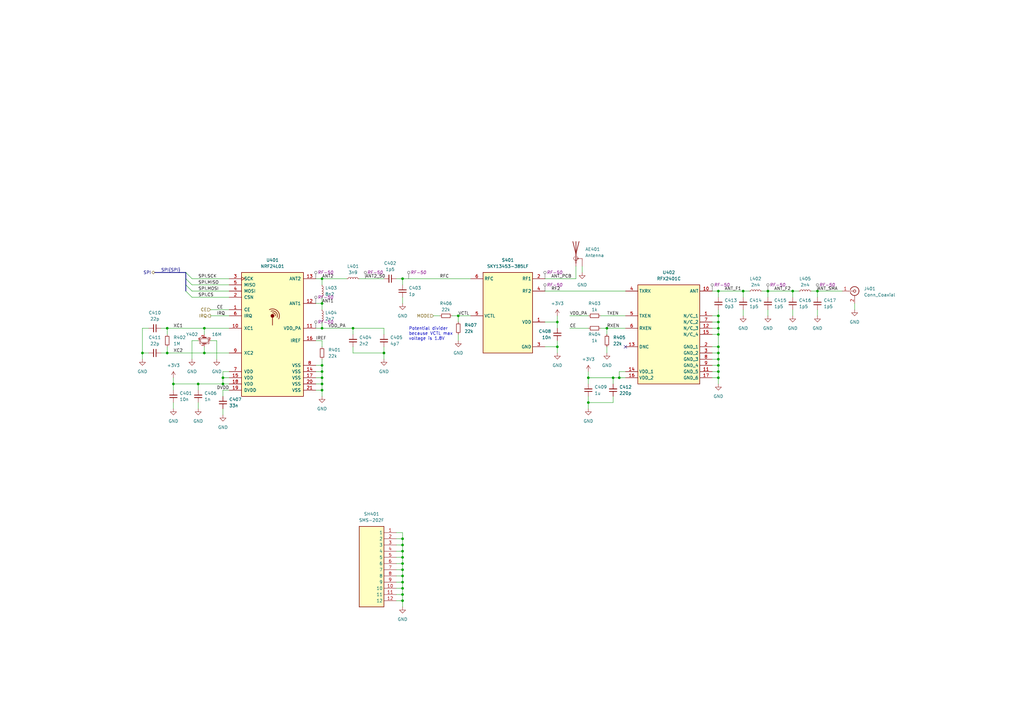
<source format=kicad_sch>
(kicad_sch (version 20230121) (generator eeschema)
  (paper "A3")
  (lib_symbols
    (symbol "Connector:Conn_Coaxial" (pin_names (offset 1.016) hide)
      (property "Reference" "J" (at 0.254 3.048 0))
      (property "Value" "Conn_Coaxial" (at 2.921 0 90))
      (symbol "Conn_Coaxial_0_1"
        (arc (start -1.778 -0.508) (mid 0.2311 -1.8066) (end 1.778 0) (stroke (width 0.254)))
        (polyline (pts (xy -2.54 0) (xy -0.508 0)))
        (polyline (pts (xy 0 -2.54) (xy 0 -1.778)))
        (circle (center 0 0) (radius 0.508) (stroke (width 0.2032)))
        (arc (start 1.778 0) (mid 0.2099 1.8101) (end -1.778 0.508) (stroke (width 0.254)))
      )
      (symbol "Conn_Coaxial_1_1"
        (pin passive line (at -5.08 0 0) (length 2.54) (name "In") (number "1"))
        (pin passive line (at 0 -5.08 90) (length 2.54) (name "Ext") (number "2"))
      )
    )
    (symbol "Device:Antenna_Shield" (pin_numbers hide) (pin_names (offset 1.016) hide)
      (property "Reference" "AE" (at -1.905 4.445 0))
      (property "Value" "Antenna_Shield" (at -1.905 2.54 0))
      (symbol "Antenna_Shield_0_1"
        (arc (start -0.508 -1.143) (mid -0.8429 -2.1194) (end 0 -2.667))
        (arc (start 0 -2.667) (mid 0.7989 -2.1052) (end 0.508 -1.143))
        (polyline (pts (xy 0 -2.54) (xy 0 0)))
        (polyline (pts (xy 0 5.08) (xy 0 -3.81)) (stroke (width 0.254)))
        (polyline (pts (xy 0.762 -1.905) (xy 2.54 -1.905)))
        (polyline (pts (xy 2.54 -2.54) (xy 2.54 -1.905)))
        (polyline (pts (xy 1.27 5.08) (xy 0 0) (xy -1.27 5.08)) (stroke (width 0.254)))
        (circle (center 0.762 -1.905) (radius 0.1778) (fill (type outline)))
      )
      (symbol "Antenna_Shield_1_1"
        (pin input line (at 0 -5.08 90) (length 2.54) (name "A") (number "1"))
        (pin input line (at 2.54 -5.08 90) (length 2.54) (name "Shield") (number "2"))
      )
    )
    (symbol "Device:C_Small" (pin_numbers hide) (pin_names (offset 0.254) hide)
      (property "Reference" "C" (at 0.254 1.778 0))
      (property "Value" "C_Small" (at 0.254 -2.032 0))
      (symbol "C_Small_0_1"
        (polyline (pts (xy -1.524 -0.508) (xy 1.524 -0.508)) (stroke (width 0.3302)))
        (polyline (pts (xy -1.524 0.508) (xy 1.524 0.508)) (stroke (width 0.3048)))
      )
      (symbol "C_Small_1_1"
        (pin passive line (at 0 2.54 270) (length 2.032) (name "~") (number "1"))
        (pin passive line (at 0 -2.54 90) (length 2.032) (name "~") (number "2"))
      )
    )
    (symbol "Device:Crystal_GND24_Small" (pin_names (offset 1.016) hide)
      (property "Reference" "Y" (at 1.27 4.445 0))
      (property "Value" "Crystal_GND24_Small" (at 1.27 2.54 0))
      (symbol "Crystal_GND24_Small_0_1"
        (rectangle (start -0.762 -1.524) (end 0.762 1.524))
        (polyline (pts (xy -1.27 -0.762) (xy -1.27 0.762)) (stroke (width 0.381)))
        (polyline (pts (xy 1.27 -0.762) (xy 1.27 0.762)) (stroke (width 0.381)))
        (polyline (pts (xy -1.27 -1.27) (xy -1.27 -1.905) (xy 1.27 -1.905) (xy 1.27 -1.27)))
        (polyline (pts (xy -1.27 1.27) (xy -1.27 1.905) (xy 1.27 1.905) (xy 1.27 1.27)))
      )
      (symbol "Crystal_GND24_Small_1_1"
        (pin passive line (at -2.54 0 0) (length 1.27) (name "1") (number "1"))
        (pin passive line (at 0 -2.54 90) (length 0.635) (name "2") (number "2"))
        (pin passive line (at 2.54 0 180) (length 1.27) (name "3") (number "3"))
        (pin passive line (at 0 2.54 270) (length 0.635) (name "4") (number "4"))
      )
    )
    (symbol "Device:L_Small" (pin_numbers hide) (pin_names (offset 0.254) hide)
      (property "Reference" "L" (at 0.762 1.016 0))
      (property "Value" "L_Small" (at 0.762 -1.016 0))
      (symbol "L_Small_0_1"
        (arc (start 0 -2.032) (mid 0.5058 -1.524) (end 0 -1.016))
        (arc (start 0 -1.016) (mid 0.5058 -0.508) (end 0 0))
        (arc (start 0 0) (mid 0.5058 0.508) (end 0 1.016))
        (arc (start 0 1.016) (mid 0.5058 1.524) (end 0 2.032))
      )
      (symbol "L_Small_1_1"
        (pin passive line (at 0 2.54 270) (length 0.508) (name "~") (number "1"))
        (pin passive line (at 0 -2.54 90) (length 0.508) (name "~") (number "2"))
      )
    )
    (symbol "Device:R_Small" (pin_numbers hide) (pin_names (offset 0.254) hide)
      (property "Reference" "R" (at 0.762 0.508 0))
      (property "Value" "R_Small" (at 0.762 -1.016 0))
      (symbol "R_Small_0_1"
        (rectangle (start -0.762 1.778) (end 0.762 -1.778) (stroke (width 0.2032)))
      )
      (symbol "R_Small_1_1"
        (pin passive line (at 0 2.54 270) (length 0.762) (name "~") (number "1"))
        (pin passive line (at 0 -2.54 90) (length 0.762) (name "~") (number "2"))
      )
    )
    (symbol "RFX2401C:RFX2401C"
      (property "Reference" "U" (at 0 22.86 0))
      (property "Value" "RFX2401C" (at 0 20.32 0))
      (symbol "RFX2401C_1_1"
        (rectangle (start -12.7 17.78) (end 12.7 -22.86) (stroke (width 0.254)) (fill (type background)))
        (pin passive line (at 17.78 5.08 180) (length 5.08) (name "N/C_1") (number "1"))
        (pin passive line (at 17.78 15.24 180) (length 5.08) (name "ANT") (number "10"))
        (pin passive line (at 17.78 -17.78 180) (length 5.08) (name "GND_5") (number "11"))
        (pin passive line (at 17.78 0 180) (length 5.08) (name "N/C_3") (number "12"))
        (pin passive line (at -17.78 -7.62 0) (length 5.08) (name "DNC") (number "13"))
        (pin passive line (at -17.78 -17.78 0) (length 5.08) (name "VDD_1") (number "14"))
        (pin passive line (at 17.78 -2.54 180) (length 5.08) (name "N/C_4") (number "15"))
        (pin passive line (at -17.78 -20.32 0) (length 5.08) (name "VDD_2") (number "16"))
        (pin passive line (at 17.78 -20.32 180) (length 5.08) (name "GND_6") (number "17"))
        (pin passive line (at 17.78 -7.62 180) (length 5.08) (name "GND_1") (number "2"))
        (pin passive line (at 17.78 -10.16 180) (length 5.08) (name "GND_2") (number "3"))
        (pin passive line (at -17.78 15.24 0) (length 5.08) (name "TXRX") (number "4"))
        (pin passive line (at -17.78 5.08 0) (length 5.08) (name "TXEN") (number "5"))
        (pin passive line (at -17.78 0 0) (length 5.08) (name "RXEN") (number "6"))
        (pin passive line (at 17.78 2.54 180) (length 5.08) (name "N/C_2") (number "7"))
        (pin passive line (at 17.78 -12.7 180) (length 5.08) (name "GND_3") (number "8"))
        (pin passive line (at 17.78 -15.24 180) (length 5.08) (name "GND_4") (number "9"))
      )
    )
    (symbol "SKY13453-385LF:SKY13453-385LF"
      (property "Reference" "S" (at 0 22.86 0))
      (property "Value" "SKY13453-385LF" (at 0 20.32 0))
      (symbol "SKY13453-385LF_1_1"
        (rectangle (start -10.16 17.78) (end 10.16 -15.24) (stroke (width 0.254)) (fill (type background)))
        (pin passive line (at 15.24 -2.54 180) (length 5.08) (name "VDD") (number "1"))
        (pin passive line (at 15.24 15.24 180) (length 5.08) (name "RF1") (number "2"))
        (pin passive line (at 15.24 -12.7 180) (length 5.08) (name "GND") (number "3"))
        (pin passive line (at 15.24 10.16 180) (length 5.08) (name "RF2") (number "4"))
        (pin passive line (at -15.24 0 0) (length 5.08) (name "VCTL") (number "5"))
        (pin passive line (at -15.24 15.24 0) (length 5.08) (name "RFC") (number "6"))
      )
    )
    (symbol "SMS-202F:SMS-202F"
      (property "Reference" "SH" (at 0 12.7 0))
      (property "Value" "SMS-202F" (at 0 10.16 0))
      (symbol "SMS-202F_1_1"
        (rectangle (start -5.08 7.62) (end 5.08 -25.4) (stroke (width 0.254)) (fill (type background)))
        (pin passive line (at 10.16 5.08 180) (length 5.08) (name "1") (number "1"))
        (pin passive line (at 10.16 -17.78 180) (length 5.08) (name "10") (number "10"))
        (pin passive line (at 10.16 -20.32 180) (length 5.08) (name "11") (number "11"))
        (pin passive line (at 10.16 -22.86 180) (length 5.08) (name "12") (number "12"))
        (pin passive line (at 10.16 2.54 180) (length 5.08) (name "2") (number "2"))
        (pin passive line (at 10.16 0 180) (length 5.08) (name "3") (number "3"))
        (pin passive line (at 10.16 -2.54 180) (length 5.08) (name "4") (number "4"))
        (pin passive line (at 10.16 -5.08 180) (length 5.08) (name "5") (number "5"))
        (pin passive line (at 10.16 -7.62 180) (length 5.08) (name "6") (number "6"))
        (pin passive line (at 10.16 -10.16 180) (length 5.08) (name "7") (number "7"))
        (pin passive line (at 10.16 -12.7 180) (length 5.08) (name "8") (number "8"))
        (pin passive line (at 10.16 -15.24 180) (length 5.08) (name "9") (number "9"))
      )
    )
    (symbol "SSL_Symbols:NRF24L01" (pin_names (offset 1.016))
      (property "Reference" "U" (at 0 27.94 0))
      (property "Value" "NRF24L01" (at 0 25.4 0))
      (symbol "NRF24L01_0_1"
        (rectangle (start -12.7 22.86) (end 12.7 -27.94) (stroke (width 0.254)) (fill (type background)))
        (polyline (pts (xy 0 4.445) (xy 0 1.27)) (stroke (width 0.254)))
        (circle (center 0 5.08) (radius 0.635) (stroke (width 0.254)) (fill (type outline)))
        (arc (start 1.27 5.08) (mid 0.9071 5.9946) (end 0 6.35) (stroke (width 0.254)))
        (arc (start 1.905 4.445) (mid 1.4313 6.5254) (end -0.635 6.985) (stroke (width 0.254)))
        (arc (start 2.54 3.81) (mid 2.008 7.088) (end -1.27 7.62) (stroke (width 0.254)))
        (rectangle (start 11.43 -13.97) (end 11.43 -13.97))
      )
      (symbol "NRF24L01_1_1"
        (pin input line (at -17.78 7.62 0) (length 5.08) (name "CE") (number "1"))
        (pin passive line (at -17.78 0 0) (length 5.08) (name "XC1") (number "10"))
        (pin power_out line (at 17.78 0 180) (length 5.08) (name "VDD_PA") (number "11"))
        (pin passive line (at 17.78 10.16 180) (length 5.08) (name "ANT1") (number "12"))
        (pin passive line (at 17.78 20.32 180) (length 5.08) (name "ANT2") (number "13"))
        (pin power_in line (at 17.78 -17.78 180) (length 5.08) (name "VSS") (number "14"))
        (pin power_in line (at -17.78 -20.32 0) (length 5.08) (name "VDD") (number "15"))
        (pin passive line (at 17.78 -5.08 180) (length 5.08) (name "IREF") (number "16"))
        (pin power_in line (at 17.78 -20.32 180) (length 5.08) (name "VSS") (number "17"))
        (pin power_in line (at -17.78 -22.86 0) (length 5.08) (name "VDD") (number "18"))
        (pin power_out line (at -17.78 -25.4 0) (length 5.08) (name "DVDD") (number "19"))
        (pin input line (at -17.78 12.7 0) (length 5.08) (name "CSN") (number "2"))
        (pin power_in line (at 17.78 -22.86 180) (length 5.08) (name "VSS") (number "20"))
        (pin power_in line (at 17.78 -25.4 180) (length 5.08) (name "VSS") (number "21"))
        (pin input clock (at -17.78 20.32 0) (length 5.08) (name "SCK") (number "3"))
        (pin input line (at -17.78 15.24 0) (length 5.08) (name "MOSI") (number "4"))
        (pin output line (at -17.78 17.78 0) (length 5.08) (name "MISO") (number "5"))
        (pin output line (at -17.78 5.08 0) (length 5.08) (name "IRQ") (number "6"))
        (pin power_in line (at -17.78 -17.78 0) (length 5.08) (name "VDD") (number "7"))
        (pin power_in line (at 17.78 -15.24 180) (length 5.08) (name "VSS") (number "8"))
        (pin passive line (at -17.78 -10.16 0) (length 5.08) (name "XC2") (number "9"))
      )
    )
    (symbol "power:+3V3" (power) (pin_names (offset 0))
      (property "Value" "+3V3" (at 0 3.556 0))
      (symbol "+3V3_0_1"
        (polyline (pts (xy -0.762 1.27) (xy 0 2.54)))
        (polyline (pts (xy 0 0) (xy 0 2.54)))
        (polyline (pts (xy 0 2.54) (xy 0.762 1.27)))
      )
      (symbol "+3V3_1_1"
        (pin power_in line (at 0 0 90) (length 0) hide (name "+3V3") (number "1"))
      )
    )
    (symbol "power:GND" (power) (pin_names (offset 0))
      (property "Value" "GND" (at 0 -3.81 0))
      (symbol "GND_0_1"
        (polyline (pts (xy 0 0) (xy 0 -1.27) (xy 1.27 -1.27) (xy 0 -2.54) (xy -1.27 -1.27) (xy 0 -1.27)))
      )
      (symbol "GND_1_1"
        (pin power_in line (at 0 0 270) (length 0) hide (name "GND") (number "1"))
      )
    )
  )
  (bus_alias "SPI" (members "SCK" "MISO" "MOSI" "CS"))
  (junction (at 165.1 228.6))
  (junction (at 294.64 142.24))
  (junction (at 132.08 134.62))
  (junction (at 254 154.94))
  (junction (at 228.6 142.24))
  (junction (at 165.1 226.06))
  (junction (at 83.82 144.78))
  (junction (at 294.64 149.86))
  (junction (at 165.1 236.22))
  (junction (at 294.64 144.78))
  (junction (at 165.1 114.3))
  (junction (at 68.58 134.62))
  (junction (at 294.64 134.62))
  (junction (at 165.1 220.98))
  (junction (at 294.64 132.08))
  (junction (at 294.64 129.54))
  (junction (at 187.96 129.54))
  (junction (at 165.1 233.68))
  (junction (at 132.08 157.48))
  (junction (at 304.8 119.38))
  (junction (at 132.08 149.86))
  (junction (at 241.3 154.94))
  (junction (at 335.28 119.38))
  (junction (at 132.08 124.46))
  (junction (at 71.12 157.48))
  (junction (at 294.64 119.38))
  (junction (at 132.08 160.02))
  (junction (at 132.08 114.3))
  (junction (at 68.58 144.78))
  (junction (at 83.82 134.62))
  (junction (at 241.3 165.1))
  (junction (at 165.1 246.38))
  (junction (at 132.08 152.4))
  (junction (at 294.64 147.32))
  (junction (at 91.44 154.94))
  (junction (at 294.64 154.94))
  (junction (at 294.64 137.16))
  (junction (at 314.96 119.38))
  (junction (at 248.92 134.62))
  (junction (at 58.42 144.78))
  (junction (at 251.46 154.94))
  (junction (at 165.1 238.76))
  (junction (at 228.6 132.08))
  (junction (at 165.1 223.52))
  (junction (at 157.48 144.78))
  (junction (at 325.12 119.38))
  (junction (at 81.28 157.48))
  (junction (at 132.08 154.94))
  (junction (at 91.44 157.48))
  (junction (at 144.78 134.62))
  (junction (at 165.1 231.14))
  (junction (at 165.1 241.3))
  (junction (at 165.1 243.84))
  (junction (at 294.64 152.4))
  (no_connect (at 256.54 142.24))
  (bus_entry (at 76.2 111.76) (size 2.54 2.54))
  (bus_entry (at 76.2 119.38) (size 2.54 2.54))
  (bus_entry (at 76.2 114.3) (size 2.54 2.54))
  (bus_entry (at 76.2 116.84) (size 2.54 2.54))
  (wire (pts (xy 335.28 127) (xy 335.28 129.54)))
  (wire (pts (xy 228.6 142.24) (xy 228.6 144.78)))
  (wire (pts (xy 165.1 231.14) (xy 165.1 233.68)))
  (wire (pts (xy 165.1 246.38) (xy 162.56 246.38)))
  (wire (pts (xy 248.92 134.62) (xy 248.92 137.16)))
  (wire (pts (xy 132.08 162.56) (xy 132.08 160.02)))
  (wire (pts (xy 132.08 152.4) (xy 129.54 152.4)))
  (wire (pts (xy 91.44 160.02) (xy 93.98 160.02)))
  (wire (pts (xy 312.42 119.38) (xy 314.96 119.38)))
  (wire (pts (xy 132.08 134.62) (xy 144.78 134.62)))
  (wire (pts (xy 335.28 119.38) (xy 332.74 119.38)))
  (wire (pts (xy 71.12 157.48) (xy 81.28 157.48)))
  (wire (pts (xy 58.42 144.78) (xy 58.42 147.32)))
  (wire (pts (xy 83.82 134.62) (xy 93.98 134.62)))
  (wire (pts (xy 162.56 114.3) (xy 165.1 114.3)))
  (wire (pts (xy 129.54 160.02) (xy 132.08 160.02)))
  (wire (pts (xy 294.64 147.32) (xy 292.1 147.32)))
  (wire (pts (xy 241.3 152.4) (xy 241.3 154.94)))
  (wire (pts (xy 294.64 154.94) (xy 294.64 157.48)))
  (wire (pts (xy 325.12 127) (xy 325.12 129.54)))
  (wire (pts (xy 81.28 157.48) (xy 91.44 157.48)))
  (wire (pts (xy 294.64 152.4) (xy 292.1 152.4)))
  (wire (pts (xy 68.58 142.24) (xy 68.58 144.78)))
  (wire (pts (xy 165.1 223.52) (xy 162.56 223.52)))
  (wire (pts (xy 251.46 154.94) (xy 251.46 157.48)))
  (wire (pts (xy 132.08 124.46) (xy 132.08 127)))
  (wire (pts (xy 241.3 157.48) (xy 241.3 154.94)))
  (wire (pts (xy 165.1 226.06) (xy 165.1 228.6)))
  (wire (pts (xy 228.6 139.7) (xy 228.6 142.24)))
  (wire (pts (xy 165.1 114.3) (xy 193.04 114.3)))
  (wire (pts (xy 294.64 134.62) (xy 294.64 137.16)))
  (wire (pts (xy 223.52 114.3) (xy 236.22 114.3)))
  (wire (pts (xy 78.74 139.7) (xy 81.28 139.7)))
  (wire (pts (xy 66.04 134.62) (xy 68.58 134.62)))
  (wire (pts (xy 129.54 114.3) (xy 132.08 114.3)))
  (wire (pts (xy 294.64 144.78) (xy 292.1 144.78)))
  (wire (pts (xy 58.42 134.62) (xy 60.96 134.62)))
  (wire (pts (xy 223.52 119.38) (xy 256.54 119.38)))
  (wire (pts (xy 165.1 220.98) (xy 165.1 223.52)))
  (wire (pts (xy 165.1 116.84) (xy 165.1 114.3)))
  (wire (pts (xy 91.44 170.18) (xy 91.44 167.64)))
  (wire (pts (xy 58.42 144.78) (xy 60.96 144.78)))
  (wire (pts (xy 228.6 129.54) (xy 228.6 132.08)))
  (wire (pts (xy 165.1 121.92) (xy 165.1 124.46)))
  (wire (pts (xy 132.08 154.94) (xy 132.08 157.48)))
  (wire (pts (xy 294.64 129.54) (xy 294.64 127)))
  (bus (pts (xy 63.5 111.76) (xy 76.2 111.76)))
  (wire (pts (xy 294.64 137.16) (xy 292.1 137.16)))
  (wire (pts (xy 251.46 154.94) (xy 254 154.94)))
  (wire (pts (xy 294.64 142.24) (xy 292.1 142.24)))
  (wire (pts (xy 294.64 129.54) (xy 292.1 129.54)))
  (wire (pts (xy 165.1 218.44) (xy 165.1 220.98)))
  (wire (pts (xy 165.1 228.6) (xy 162.56 228.6)))
  (wire (pts (xy 165.1 236.22) (xy 165.1 238.76)))
  (wire (pts (xy 71.12 154.94) (xy 71.12 157.48)))
  (wire (pts (xy 223.52 142.24) (xy 228.6 142.24)))
  (wire (pts (xy 132.08 142.24) (xy 132.08 139.7)))
  (wire (pts (xy 165.1 238.76) (xy 162.56 238.76)))
  (wire (pts (xy 241.3 154.94) (xy 251.46 154.94)))
  (wire (pts (xy 165.1 238.76) (xy 165.1 241.3)))
  (wire (pts (xy 91.44 162.56) (xy 91.44 160.02)))
  (wire (pts (xy 294.64 149.86) (xy 292.1 149.86)))
  (wire (pts (xy 294.64 132.08) (xy 292.1 132.08)))
  (wire (pts (xy 254 152.4) (xy 254 154.94)))
  (wire (pts (xy 241.3 162.56) (xy 241.3 165.1)))
  (wire (pts (xy 68.58 144.78) (xy 83.82 144.78)))
  (wire (pts (xy 294.64 132.08) (xy 294.64 134.62)))
  (wire (pts (xy 350.52 124.46) (xy 350.52 127)))
  (wire (pts (xy 177.8 129.54) (xy 180.34 129.54)))
  (wire (pts (xy 132.08 160.02) (xy 132.08 157.48)))
  (wire (pts (xy 165.1 241.3) (xy 162.56 241.3)))
  (wire (pts (xy 144.78 134.62) (xy 157.48 134.62)))
  (wire (pts (xy 228.6 134.62) (xy 228.6 132.08)))
  (wire (pts (xy 325.12 119.38) (xy 327.66 119.38)))
  (wire (pts (xy 165.1 231.14) (xy 162.56 231.14)))
  (wire (pts (xy 58.42 134.62) (xy 58.42 144.78)))
  (wire (pts (xy 132.08 114.3) (xy 142.24 114.3)))
  (wire (pts (xy 132.08 157.48) (xy 129.54 157.48)))
  (wire (pts (xy 71.12 167.64) (xy 71.12 165.1)))
  (wire (pts (xy 187.96 129.54) (xy 187.96 132.08)))
  (wire (pts (xy 256.54 154.94) (xy 254 154.94)))
  (wire (pts (xy 83.82 144.78) (xy 93.98 144.78)))
  (wire (pts (xy 132.08 154.94) (xy 129.54 154.94)))
  (wire (pts (xy 294.64 137.16) (xy 294.64 142.24)))
  (wire (pts (xy 78.74 116.84) (xy 93.98 116.84)))
  (bus (pts (xy 76.2 114.3) (xy 76.2 116.84)))
  (wire (pts (xy 78.74 121.92) (xy 93.98 121.92)))
  (wire (pts (xy 304.8 121.92) (xy 304.8 119.38)))
  (wire (pts (xy 294.64 154.94) (xy 292.1 154.94)))
  (wire (pts (xy 314.96 119.38) (xy 325.12 119.38)))
  (wire (pts (xy 165.1 233.68) (xy 162.56 233.68)))
  (wire (pts (xy 294.64 119.38) (xy 294.64 121.92)))
  (wire (pts (xy 129.54 149.86) (xy 132.08 149.86)))
  (wire (pts (xy 91.44 154.94) (xy 93.98 154.94)))
  (wire (pts (xy 157.48 142.24) (xy 157.48 144.78)))
  (wire (pts (xy 144.78 142.24) (xy 144.78 144.78)))
  (wire (pts (xy 132.08 114.3) (xy 132.08 116.84)))
  (wire (pts (xy 294.64 147.32) (xy 294.64 149.86)))
  (wire (pts (xy 83.82 137.16) (xy 83.82 134.62)))
  (wire (pts (xy 157.48 134.62) (xy 157.48 137.16)))
  (wire (pts (xy 81.28 160.02) (xy 81.28 157.48)))
  (wire (pts (xy 241.3 165.1) (xy 241.3 167.64)))
  (wire (pts (xy 325.12 121.92) (xy 325.12 119.38)))
  (wire (pts (xy 223.52 132.08) (xy 228.6 132.08)))
  (wire (pts (xy 129.54 139.7) (xy 132.08 139.7)))
  (wire (pts (xy 294.64 129.54) (xy 294.64 132.08)))
  (wire (pts (xy 304.8 127) (xy 304.8 129.54)))
  (wire (pts (xy 314.96 121.92) (xy 314.96 119.38)))
  (wire (pts (xy 335.28 121.92) (xy 335.28 119.38)))
  (wire (pts (xy 68.58 134.62) (xy 68.58 137.16)))
  (wire (pts (xy 165.1 236.22) (xy 162.56 236.22)))
  (wire (pts (xy 144.78 134.62) (xy 144.78 137.16)))
  (wire (pts (xy 129.54 124.46) (xy 132.08 124.46)))
  (wire (pts (xy 165.1 220.98) (xy 162.56 220.98)))
  (wire (pts (xy 165.1 243.84) (xy 165.1 246.38)))
  (wire (pts (xy 238.76 109.22) (xy 238.76 111.76)))
  (wire (pts (xy 132.08 124.46) (xy 132.08 121.92)))
  (wire (pts (xy 66.04 144.78) (xy 68.58 144.78)))
  (wire (pts (xy 335.28 119.38) (xy 345.44 119.38)))
  (wire (pts (xy 165.1 218.44) (xy 162.56 218.44)))
  (wire (pts (xy 246.38 129.54) (xy 256.54 129.54)))
  (wire (pts (xy 233.68 129.54) (xy 241.3 129.54)))
  (bus (pts (xy 76.2 111.76) (xy 76.2 114.3)))
  (wire (pts (xy 187.96 129.54) (xy 193.04 129.54)))
  (wire (pts (xy 78.74 114.3) (xy 93.98 114.3)))
  (wire (pts (xy 147.32 114.3) (xy 157.48 114.3)))
  (wire (pts (xy 132.08 132.08) (xy 132.08 134.62)))
  (wire (pts (xy 78.74 119.38) (xy 93.98 119.38)))
  (wire (pts (xy 91.44 152.4) (xy 91.44 154.94)))
  (wire (pts (xy 78.74 147.32) (xy 78.74 139.7)))
  (wire (pts (xy 86.36 127) (xy 93.98 127)))
  (wire (pts (xy 233.68 134.62) (xy 241.3 134.62)))
  (wire (pts (xy 294.64 134.62) (xy 292.1 134.62)))
  (wire (pts (xy 132.08 152.4) (xy 132.08 154.94)))
  (wire (pts (xy 236.22 109.22) (xy 236.22 114.3)))
  (wire (pts (xy 292.1 119.38) (xy 294.64 119.38)))
  (wire (pts (xy 91.44 157.48) (xy 93.98 157.48)))
  (wire (pts (xy 187.96 139.7) (xy 187.96 137.16)))
  (wire (pts (xy 294.64 119.38) (xy 304.8 119.38)))
  (wire (pts (xy 86.36 129.54) (xy 93.98 129.54)))
  (wire (pts (xy 248.92 142.24) (xy 248.92 144.78)))
  (wire (pts (xy 248.92 134.62) (xy 256.54 134.62)))
  (wire (pts (xy 132.08 147.32) (xy 132.08 149.86)))
  (wire (pts (xy 86.36 139.7) (xy 88.9 139.7)))
  (wire (pts (xy 165.1 241.3) (xy 165.1 243.84)))
  (wire (pts (xy 129.54 134.62) (xy 132.08 134.62)))
  (wire (pts (xy 165.1 248.92) (xy 165.1 246.38)))
  (wire (pts (xy 91.44 152.4) (xy 93.98 152.4)))
  (wire (pts (xy 68.58 134.62) (xy 83.82 134.62)))
  (wire (pts (xy 157.48 147.32) (xy 157.48 144.78)))
  (wire (pts (xy 246.38 134.62) (xy 248.92 134.62)))
  (wire (pts (xy 165.1 233.68) (xy 165.1 236.22)))
  (wire (pts (xy 304.8 119.38) (xy 307.34 119.38)))
  (wire (pts (xy 81.28 167.64) (xy 81.28 165.1)))
  (wire (pts (xy 314.96 127) (xy 314.96 129.54)))
  (wire (pts (xy 165.1 226.06) (xy 162.56 226.06)))
  (wire (pts (xy 185.42 129.54) (xy 187.96 129.54)))
  (wire (pts (xy 241.3 165.1) (xy 251.46 165.1)))
  (wire (pts (xy 165.1 228.6) (xy 165.1 231.14)))
  (wire (pts (xy 251.46 162.56) (xy 251.46 165.1)))
  (wire (pts (xy 294.64 149.86) (xy 294.64 152.4)))
  (bus (pts (xy 76.2 116.84) (xy 76.2 119.38)))
  (wire (pts (xy 165.1 243.84) (xy 162.56 243.84)))
  (wire (pts (xy 132.08 149.86) (xy 132.08 152.4)))
  (wire (pts (xy 71.12 160.02) (xy 71.12 157.48)))
  (wire (pts (xy 88.9 147.32) (xy 88.9 139.7)))
  (wire (pts (xy 294.64 144.78) (xy 294.64 147.32)))
  (wire (pts (xy 294.64 152.4) (xy 294.64 154.94)))
  (wire (pts (xy 254 152.4) (xy 256.54 152.4)))
  (wire (pts (xy 91.44 154.94) (xy 91.44 157.48)))
  (wire (pts (xy 83.82 142.24) (xy 83.82 144.78)))
  (wire (pts (xy 144.78 144.78) (xy 157.48 144.78)))
  (wire (pts (xy 294.64 142.24) (xy 294.64 144.78)))
  (wire (pts (xy 165.1 223.52) (xy 165.1 226.06)))
  (text "Potential divider\nbecause VCTL max\nvoltage is 1.8V" (at 167.64 139.7 0) (effects (font (size 1.27 1.27)) (justify left bottom)))
  (label "RXEN" (at 248.92 134.62 0))
  (label "ANT1" (at 132.08 124.46 0))
  (label "XC2" (at 71.12 144.78 0))
  (label "DVDD" (at 93.98 160.02 180))
  (label "IRQ" (at 88.9 129.54 0))
  (label "TXEN" (at 248.92 129.54 0))
  (label "CE" (at 233.68 134.62 0))
  (label "IREF" (at 129.54 139.7 0))
  (label "CE" (at 88.9 127 0))
  (label "ANT_F2" (at 317.5 119.38 0))
  (label "ANT_F1" (at 297.18 119.38 0))
  (label "RFC" (at 180.34 114.3 0))
  (label "ANT_PCB" (at 226.06 114.3 0))
  (label "SPI.SCK" (at 81.28 114.3 0))
  (label "XC1" (at 71.12 134.62 0))
  (label "VDD_PA" (at 134.62 134.62 0))
  (label "ANT2_50" (at 149.86 114.3 0))
  (label "ANT2" (at 132.08 114.3 0))
  (label "SPI.MOSI" (at 81.28 119.38 0))
  (label "SPI.MISO" (at 81.28 116.84 0))
  (label "VCTL" (at 187.96 129.54 0))
  (label "VDD_PA" (at 233.68 129.54 0))
  (label "SPI.CS" (at 81.28 121.92 0))
  (label "RF2" (at 226.06 119.38 0))
  (label "SPI{SPI}" (at 66.04 111.76 0))
  (label "ANT_SMA" (at 335.28 119.38 0))
  (hierarchical_label "SPI" (shape bidirectional) (at 63.5 111.76 180))
  (hierarchical_label "IRQ" (shape output) (at 86.36 129.54 180))
  (hierarchical_label "MODE" (shape input) (at 177.8 129.54 180))
  (hierarchical_label "CE" (shape input) (at 86.36 127 180))
  (netclass_flag "" (length 2.54) (shape round) (at 129.54 124.46 0) (property "Netclass" "RF-50" (at 130.2385 121.92 0) (effects (font italic) (justify left))))
  (netclass_flag "" (length 2.54) (shape round) (at 292.1 119.38 0) (property "Netclass" "RF-50" (at 292.7985 116.84 0) (effects (font italic) (justify left))))
  (netclass_flag "" (length 2.54) (shape round) (at 129.54 114.3 0) (property "Netclass" "RF-50" (at 130.2385 111.76 0) (effects (font italic) (justify left))))
  (netclass_flag "" (length 2.54) (shape round) (at 129.54 134.62 0) (property "Netclass" "RF-50" (at 130.2385 132.08 0) (effects (font italic) (justify left))))
  (netclass_flag "" (length 2.54) (shape round) (at 335.28 119.38 0) (property "Netclass" "RF-50" (at 335.9785 116.84 0) (effects (font italic) (justify left))))
  (netclass_flag "" (length 2.54) (shape round) (at 223.52 119.38 0) (property "Netclass" "RF-50" (at 224.2185 116.84 0) (effects (font italic) (justify left))))
  (netclass_flag "" (length 2.54) (shape round) (at 223.52 114.3 0) (property "Netclass" "RF-50" (at 224.2185 111.76 0) (effects (font italic) (justify left))))
  (netclass_flag "" (length 2.54) (shape round) (at 149.86 114.3 0) (property "Netclass" "RF-50" (at 150.5585 111.76 0) (effects (font italic) (justify left))))
  (netclass_flag "" (length 2.54) (shape round) (at 314.96 119.38 0) (property "Netclass" "RF-50" (at 315.6585 116.84 0) (effects (font italic) (justify left))))
  (netclass_flag "" (length 2.54) (shape round) (at 167.64 114.3 0) (property "Netclass" "RF-50" (at 168.3385 111.76 0) (effects (font italic) (justify left))))
  (symbol (lib_id "power:+3V3") (at 241.3 152.4 0) (unit 1)
    (property "Reference" "#PWR0414" (effects hide))
    (property "Value" "+3V3" (at 241.3 147.32 0))
  )
  (symbol (lib_id "Device:C_Small") (at 81.28 162.56 180) (unit 1)
    (property "Reference" "C406" (at 83.82 161.2836 0) (effects (justify right)))
    (property "Value" "1n" (at 83.82 163.8236 0) (effects (justify right)))
    (property "Footprint" "Capacitor_SMD:C_0402_1005Metric" (effects hide))
  )
  (symbol (lib_id "Device:L_Small") (at 330.2 119.38 270) (mirror x) (unit 1)
    (property "Reference" "L405" (at 330.2 114.3 90))
    (property "Value" "2n4" (at 330.2 116.84 90))
    (property "Footprint" "Inductor_SMD:L_0402_1005Metric" (effects hide))
  )
  (symbol (lib_id "Connector:Conn_Coaxial") (at 350.52 119.38 0) (unit 1)
    (property "Reference" "J401" (at 354.33 118.4032 0) (effects (justify left)))
    (property "Value" "Conn_Coaxial" (at 354.33 120.9432 0) (effects (justify left)))
    (property "Footprint" "SSL Footprints:SMA_Amphenol_901-143_Horizontal" (effects hide))
    (property "Datasheet" " ~" (effects hide))
  )
  (symbol (lib_id "Device:C_Small") (at 241.3 160.02 180) (unit 1)
    (property "Reference" "C409" (at 243.84 158.7436 0) (effects (justify right)))
    (property "Value" "1u" (at 243.84 161.2836 0) (effects (justify right)))
    (property "Footprint" "Capacitor_SMD:C_0402_1005Metric" (effects hide))
  )
  (symbol (lib_id "power:GND") (at 238.76 111.76 0) (unit 1)
    (property "Reference" "#PWR0422" (effects hide))
    (property "Value" "GND" (at 238.76 116.84 0))
  )
  (symbol (lib_id "Device:C_Small") (at 251.46 160.02 180) (unit 1)
    (property "Reference" "C412" (at 254 158.7436 0) (effects (justify right)))
    (property "Value" "220p" (at 254 161.2836 0) (effects (justify right)))
    (property "Footprint" "Capacitor_SMD:C_0402_1005Metric" (effects hide))
  )
  (symbol (lib_id "power:GND") (at 241.3 167.64 0) (unit 1)
    (property "Reference" "#PWR0410" (effects hide))
    (property "Value" "GND" (at 241.3 172.72 0))
  )
  (symbol (lib_id "power:GND") (at 294.64 157.48 0) (unit 1)
    (property "Reference" "#PWR0415" (effects hide))
    (property "Value" "GND" (at 294.64 162.56 0))
  )
  (symbol (lib_id "power:GND") (at 350.52 127 0) (unit 1)
    (property "Reference" "#PWR0413" (effects hide))
    (property "Value" "GND" (at 350.52 132.08 0))
  )
  (symbol (lib_id "Device:R_Small") (at 243.84 134.62 90) (mirror x) (unit 1)
    (property "Reference" "R404" (at 243.84 137.16 90))
    (property "Value" "1k" (at 243.84 139.7 90))
    (property "Footprint" "Resistor_SMD:R_0402_1005Metric" (effects hide))
  )
  (symbol (lib_id "Device:C_Small") (at 314.96 124.46 180) (unit 1)
    (property "Reference" "C415" (at 317.5 123.1836 0) (effects (justify right)))
    (property "Value" "1p5" (at 317.5 125.7236 0) (effects (justify right)))
    (property "Footprint" "Capacitor_SMD:C_0402_1005Metric" (effects hide))
  )
  (symbol (lib_id "Device:Crystal_GND24_Small") (at 83.82 139.7 90) (unit 1)
    (property "Reference" "Y402" (at 78.74 137.16 90))
    (property "Value" "16M" (at 88.9 137.16 90))
    (property "Footprint" "Oscillator:Oscillator_SMD_Abracon_ASE-4Pin_3.2x2.5mm" (effects hide))
    (property "Mfr Part No." "ABM8W-16.0000MHZ-8-K1Z-T3" (effects hide))
  )
  (symbol (lib_id "power:GND") (at 58.42 147.32 0) (unit 1)
    (property "Reference" "#PWR0408" (effects hide))
    (property "Value" "GND" (at 58.42 152.4 0))
  )
  (symbol (lib_id "power:GND") (at 165.1 248.92 0) (unit 1)
    (property "Reference" "#PWR0421" (effects hide))
    (property "Value" "GND" (at 165.1 254 0))
  )
  (symbol (lib_id "power:GND") (at 304.8 129.54 0) (unit 1)
    (property "Reference" "#PWR0417" (effects hide))
    (property "Value" "GND" (at 304.8 134.62 0))
  )
  (symbol (lib_id "power:+3V3") (at 228.6 129.54 0) (unit 1)
    (property "Reference" "#PWR0412" (effects hide))
    (property "Value" "+3V3" (at 228.6 124.46 0))
  )
  (symbol (lib_id "Device:C_Small") (at 63.5 144.78 270) (unit 1)
    (property "Reference" "C411" (at 63.4936 138.43 90))
    (property "Value" "22p" (at 63.4936 140.97 90))
    (property "Footprint" "Capacitor_SMD:C_0402_1005Metric" (effects hide))
  )
  (symbol (lib_id "power:GND") (at 314.96 129.54 0) (unit 1)
    (property "Reference" "#PWR0418" (effects hide))
    (property "Value" "GND" (at 314.96 134.62 0))
  )
  (symbol (lib_id "power:GND") (at 81.28 167.64 0) (unit 1)
    (property "Reference" "#PWR0406" (effects hide))
    (property "Value" "GND" (at 81.28 172.72 0))
  )
  (symbol (lib_id "Device:R_Small") (at 187.96 134.62 0) (unit 1)
    (property "Reference" "R407" (at 190.5 133.35 0) (effects (justify left)))
    (property "Value" "22k" (at 190.5 135.89 0) (effects (justify left)))
    (property "Footprint" "Resistor_SMD:R_0402_1005Metric" (effects hide))
  )
  (symbol (lib_id "Device:C_Small") (at 157.48 139.7 180) (unit 1)
    (property "Reference" "C405" (at 160.02 138.4236 0) (effects (justify right)))
    (property "Value" "4p7" (at 160.02 140.9636 0) (effects (justify right)))
    (property "Footprint" "Capacitor_SMD:C_0402_1005Metric" (effects hide))
  )
  (symbol (lib_id "Device:R_Small") (at 243.84 129.54 90) (unit 1)
    (property "Reference" "R403" (at 243.84 124.46 90))
    (property "Value" "1k" (at 243.84 127 90))
    (property "Footprint" "Resistor_SMD:R_0402_1005Metric" (effects hide))
  )
  (symbol (lib_id "power:GND") (at 88.9 147.32 0) (unit 1)
    (property "Reference" "#PWR0424" (effects hide))
    (property "Value" "GND" (at 88.9 152.4 0))
  )
  (symbol (lib_id "Device:C_Small") (at 165.1 119.38 180) (unit 1)
    (property "Reference" "C403" (at 167.64 118.1036 0) (effects (justify right)))
    (property "Value" "1p" (at 167.64 120.6436 0) (effects (justify right)))
    (property "Footprint" "Capacitor_SMD:C_0402_1005Metric" (effects hide))
  )
  (symbol (lib_id "Device:C_Small") (at 160.02 114.3 270) (unit 1)
    (property "Reference" "C402" (at 160.0136 107.95 90))
    (property "Value" "1p5" (at 160.0136 110.49 90))
    (property "Footprint" "Capacitor_SMD:C_0402_1005Metric" (effects hide))
  )
  (symbol (lib_id "SKY13453-385LF:SKY13453-385LF") (at 208.28 129.54 0) (unit 1)
    (property "Reference" "S401" (at 208.28 106.68 0))
    (property "Value" "SKY13453-385LF" (at 208.28 109.22 0))
    (property "Footprint" "SSL Footprints:SKY13453385LF" (effects hide))
    (property "Datasheet" "https://datasheet.datasheetarchive.com/originals/distributors/DKDS-19/379234.pdf" (effects hide))
    (property "Height" "0.5" (effects hide))
    (property "Mouser Part Number" "873-SKY13453-385LF" (effects hide))
    (property "Mouser Price/Stock" "https://www.mouser.co.uk/ProductDetail/Skyworks-Solutions-Inc/SKY13453-385LF?qs=yY2CsyLqCOEmsrQn3jVPZQ%3D%3D" (effects hide))
    (property "Manufacturer_Name" "Skyworks" (effects hide))
    (property "Manufacturer_Part_Number" "SKY13453-385LF" (effects hide))
  )
  (symbol (lib_id "power:GND") (at 165.1 124.46 0) (unit 1)
    (property "Reference" "#PWR0401" (effects hide))
    (property "Value" "GND" (at 165.1 129.54 0))
  )
  (symbol (lib_id "Device:L_Small") (at 132.08 119.38 0) (unit 1)
    (property "Reference" "L403" (at 133.35 118.11 0) (effects (justify left)))
    (property "Value" "8n2" (at 133.35 120.65 0) (effects (justify left)))
    (property "Footprint" "Inductor_SMD:L_0402_1005Metric" (effects hide))
  )
  (symbol (lib_id "power:+3V3") (at 71.12 154.94 0) (unit 1)
    (property "Reference" "#PWR0404" (effects hide))
    (property "Value" "+3V3" (at 71.12 149.86 0))
  )
  (symbol (lib_id "Device:C_Small") (at 63.5 134.62 270) (unit 1)
    (property "Reference" "C410" (at 63.4936 128.27 90))
    (property "Value" "22p" (at 63.4936 130.81 90))
    (property "Footprint" "Capacitor_SMD:C_0402_1005Metric" (effects hide))
  )
  (symbol (lib_id "power:GND") (at 91.44 170.18 0) (unit 1)
    (property "Reference" "#PWR0407" (effects hide))
    (property "Value" "GND" (at 91.44 175.26 0))
  )
  (symbol (lib_id "power:GND") (at 325.12 129.54 0) (unit 1)
    (property "Reference" "#PWR0419" (effects hide))
    (property "Value" "GND" (at 325.12 134.62 0))
  )
  (symbol (lib_id "power:GND") (at 157.48 147.32 0) (unit 1)
    (property "Reference" "#PWR0402" (effects hide))
    (property "Value" "GND" (at 157.48 152.4 0))
  )
  (symbol (lib_id "power:GND") (at 187.96 139.7 0) (unit 1)
    (property "Reference" "#PWR0411" (effects hide))
    (property "Value" "GND" (at 187.96 144.78 0))
  )
  (symbol (lib_id "Device:C_Small") (at 294.64 124.46 180) (unit 1)
    (property "Reference" "C413" (at 297.18 123.1836 0) (effects (justify right)))
    (property "Value" "0p3" (at 297.18 125.7236 0) (effects (justify right)))
    (property "Footprint" "Capacitor_SMD:C_0402_1005Metric" (effects hide))
  )
  (symbol (lib_id "power:GND") (at 78.74 147.32 0) (unit 1)
    (property "Reference" "#PWR0423" (effects hide))
    (property "Value" "GND" (at 78.74 152.4 0))
  )
  (symbol (lib_id "Device:R_Small") (at 248.92 139.7 0) (unit 1)
    (property "Reference" "R405" (at 251.46 138.43 0) (effects (justify left)))
    (property "Value" "22k" (at 251.46 140.97 0) (effects (justify left)))
    (property "Footprint" "Resistor_SMD:R_0402_1005Metric" (effects hide))
  )
  (symbol (lib_id "Device:C_Small") (at 304.8 124.46 180) (unit 1)
    (property "Reference" "C414" (at 307.34 123.1836 0) (effects (justify right)))
    (property "Value" "1p5" (at 307.34 125.7236 0) (effects (justify right)))
    (property "Footprint" "Capacitor_SMD:C_0402_1005Metric" (effects hide))
  )
  (symbol (lib_id "power:GND") (at 335.28 129.54 0) (unit 1)
    (property "Reference" "#PWR0420" (effects hide))
    (property "Value" "GND" (at 335.28 134.62 0))
  )
  (symbol (lib_id "RFX2401C:RFX2401C") (at 274.32 134.62 0) (unit 1)
    (property "Reference" "U402" (at 274.32 111.76 0))
    (property "Value" "RFX2401C" (at 274.32 114.3 0))
    (property "Footprint" "SSL Footprints:QFN50P300X300X60-17N-D" (effects hide))
    (property "Height" "0.6" (effects hide))
    (property "Mouser Part Number" "477-RFX2401C" (effects hide))
    (property "Mouser Price/Stock" "https://www.mouser.co.uk/ProductDetail/Skyworks-Solutions-Inc/RFX2401C?qs=dBWc1juS%252B3ydEXrKsuxQ7A%3D%3D" (effects hide))
    (property "Manufacturer_Name" "Skyworks" (effects hide))
    (property "Manufacturer_Part_Number" "RFX2401C" (effects hide))
  )
  (symbol (lib_id "Device:L_Small") (at 144.78 114.3 270) (mirror x) (unit 1)
    (property "Reference" "L401" (at 144.78 109.22 90))
    (property "Value" "3n9" (at 144.78 111.76 90))
    (property "Footprint" "Inductor_SMD:L_0402_1005Metric" (effects hide))
  )
  (symbol (lib_id "Device:Antenna_Shield") (at 236.22 104.14 0) (unit 1)
    (property "Reference" "AE401" (at 240.03 102.235 0) (effects (justify left)))
    (property "Value" "Antenna" (at 240.03 104.775 0) (effects (justify left)))
    (property "Footprint" "SSL Footprints:Texas_SWRA117D_2.4GHz_Right" (effects hide))
  )
  (symbol (lib_id "SSL_Symbols:NRF24L01") (at 111.76 134.62 0) (unit 1)
    (property "Reference" "U401" (at 111.76 106.68 0))
    (property "Value" "NRF24L01" (at 111.76 109.22 0))
    (property "Footprint" "Package_DFN_QFN:QFN-20-1EP_4x4mm_P0.5mm_EP2.5x2.5mm" (effects hide))
    (property "Datasheet" "http://www.nordicsemi.com/eng/content/download/2730/34105/file/nRF24L01_Product_Specification_v2_0.pdf" (effects hide))
  )
  (symbol (lib_id "power:GND") (at 228.6 144.78 0) (unit 1)
    (property "Reference" "#PWR0409" (effects hide))
    (property "Value" "GND" (at 228.6 149.86 0))
  )
  (symbol (lib_id "SMS-202F:SMS-202F") (at 152.4 223.52 0) (unit 1)
    (property "Reference" "SH401" (at 152.4 210.82 0))
    (property "Value" "SMS-202F" (at 152.4 213.36 0))
    (property "Footprint" "SSL Footprints:SMS202F" (effects hide))
    (property "Datasheet" "https://www.leadertechinc.com/assets/files/EngineeringDrawings/SMS-202.pdf" (effects hide))
    (property "Height" "3.61" (effects hide))
    (property "Mouser Part Number" "861-SMS-202F" (effects hide))
    (property "Mouser Price/Stock" "https://www.mouser.co.uk/ProductDetail/LeaderTech/SMS-202F?qs=u16ybLDytRbgzca11M5g%252BQ%3D%3D" (effects hide))
    (property "Manufacturer_Name" "Leader Tech Inc." (effects hide))
    (property "Manufacturer_Part_Number" "SMS-202F" (effects hide))
  )
  (symbol (lib_id "power:GND") (at 248.92 144.78 0) (unit 1)
    (property "Reference" "#PWR0416" (effects hide))
    (property "Value" "GND" (at 248.92 149.86 0))
  )
  (symbol (lib_id "Device:L_Small") (at 309.88 119.38 270) (mirror x) (unit 1)
    (property "Reference" "L402" (at 309.88 114.3 90))
    (property "Value" "2n4" (at 309.88 116.84 90))
    (property "Footprint" "Inductor_SMD:L_0402_1005Metric" (effects hide))
  )
  (symbol (lib_id "power:GND") (at 71.12 167.64 0) (unit 1)
    (property "Reference" "#PWR0405" (effects hide))
    (property "Value" "GND" (at 71.12 172.72 0))
  )
  (symbol (lib_id "Device:C_Small") (at 91.44 165.1 180) (unit 1)
    (property "Reference" "C407" (at 93.98 163.8236 0) (effects (justify right)))
    (property "Value" "33n" (at 93.98 166.3636 0) (effects (justify right)))
    (property "Footprint" "Capacitor_SMD:C_0402_1005Metric" (effects hide))
  )
  (symbol (lib_id "Device:R_Small") (at 68.58 139.7 0) (unit 1)
    (property "Reference" "R402" (at 71.12 138.43 0) (effects (justify left)))
    (property "Value" "1M" (at 71.12 140.97 0) (effects (justify left)))
    (property "Footprint" "Resistor_SMD:R_0402_1005Metric" (effects hide))
  )
  (symbol (lib_id "Device:C_Small") (at 335.28 124.46 180) (unit 1)
    (property "Reference" "C417" (at 337.82 123.1836 0) (effects (justify right)))
    (property "Value" "1p5" (at 337.82 125.7236 0) (effects (justify right)))
    (property "Footprint" "Capacitor_SMD:C_0402_1005Metric" (effects hide))
  )
  (symbol (lib_id "Device:L_Small") (at 132.08 129.54 0) (unit 1)
    (property "Reference" "L404" (at 133.35 128.27 0) (effects (justify left)))
    (property "Value" "2n7" (at 133.35 130.81 0) (effects (justify left)))
    (property "Footprint" "Inductor_SMD:L_0402_1005Metric" (effects hide))
  )
  (symbol (lib_id "power:GND") (at 132.08 162.56 0) (unit 1)
    (property "Reference" "#PWR0403" (effects hide))
    (property "Value" "GND" (at 132.08 167.64 0))
  )
  (symbol (lib_id "Device:R_Small") (at 132.08 144.78 0) (unit 1)
    (property "Reference" "R401" (at 134.62 143.51 0) (effects (justify left)))
    (property "Value" "22k" (at 134.62 146.05 0) (effects (justify left)))
    (property "Footprint" "Resistor_SMD:R_0402_1005Metric" (effects hide))
  )
  (symbol (lib_id "Device:C_Small") (at 325.12 124.46 180) (unit 1)
    (property "Reference" "C416" (at 327.66 123.1836 0) (effects (justify right)))
    (property "Value" "1p5" (at 327.66 125.7236 0) (effects (justify right)))
    (property "Footprint" "Capacitor_SMD:C_0402_1005Metric" (effects hide))
  )
  (symbol (lib_id "Device:C_Small") (at 144.78 139.7 180) (unit 1)
    (property "Reference" "C404" (at 147.32 138.4236 0) (effects (justify right)))
    (property "Value" "2n2" (at 147.32 140.9636 0) (effects (justify right)))
    (property "Footprint" "Capacitor_SMD:C_0402_1005Metric" (effects hide))
  )
  (symbol (lib_id "Device:C_Small") (at 71.12 162.56 180) (unit 1)
    (property "Reference" "C401" (at 73.66 161.2836 0) (effects (justify right)))
    (property "Value" "10n" (at 73.66 163.8236 0) (effects (justify right)))
    (property "Footprint" "Capacitor_SMD:C_0402_1005Metric" (effects hide))
  )
  (symbol (lib_id "Device:C_Small") (at 228.6 137.16 0) (mirror x) (unit 1)
    (property "Reference" "C408" (at 226.06 135.8836 0) (effects (justify right)))
    (property "Value" "10n" (at 226.06 138.4236 0) (effects (justify right)))
    (property "Footprint" "Capacitor_SMD:C_0402_1005Metric" (effects hide))
  )
  (symbol (lib_id "Device:R_Small") (at 182.88 129.54 90) (unit 1)
    (property "Reference" "R406" (at 182.88 124.46 90))
    (property "Value" "22k" (at 182.88 127 90))
    (property "Footprint" "Resistor_SMD:R_0402_1005Metric" (effects hide))
  )
)
</source>
